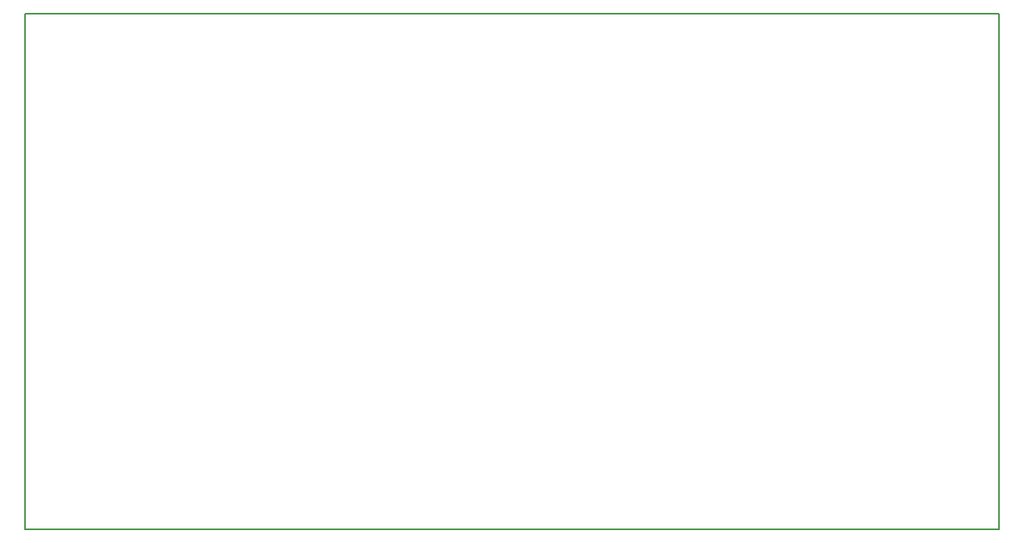
<source format=gbo>
G04 MADE WITH FRITZING*
G04 WWW.FRITZING.ORG*
G04 DOUBLE SIDED*
G04 HOLES PLATED*
G04 CONTOUR ON CENTER OF CONTOUR VECTOR*
%ASAXBY*%
%FSLAX23Y23*%
%MOIN*%
%OFA0B0*%
%SFA1.0B1.0*%
%ADD10R,4.030480X2.138610X4.014480X2.122610*%
%ADD11C,0.008000*%
%LNSILK0*%
G90*
G70*
G54D11*
X4Y2135D02*
X4026Y2135D01*
X4026Y4D01*
X4Y4D01*
X4Y2135D01*
D02*
G04 End of Silk0*
M02*
</source>
